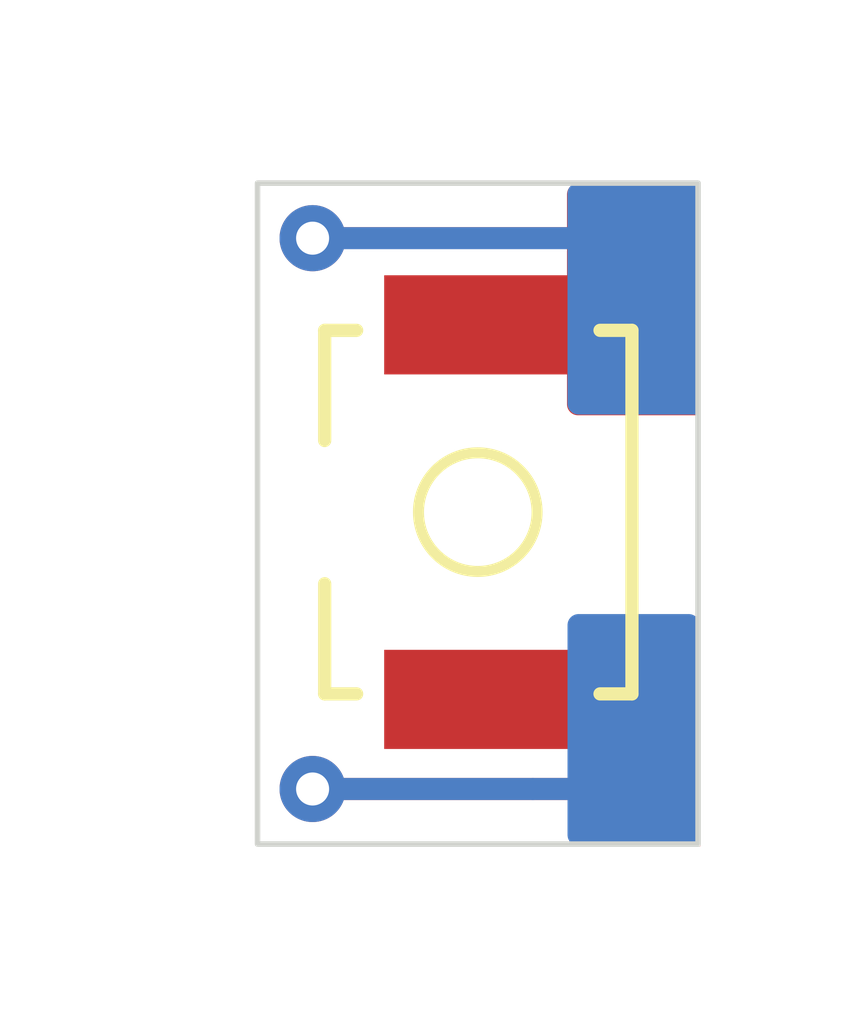
<source format=kicad_pcb>
(kicad_pcb (version 20241229) (generator "pcbnew") (generator_version "9.0")
  (layers (0 "F.Cu" signal) (2 "B.Cu" signal) (13 "F.Paste" user) (15 "B.Paste" user) (5 "F.SilkS" user "F.Silkscreen") (7 "B.SilkS" user "B.Silkscreen") (1 "F.Mask" user) (3 "B.Mask" user) (25 "Edge.Cuts" user))
  (net 0 "")
  (net 1 "unconnected-(BUTT1-Pad1)")
  (net 2 "unconnected-(BUTT1-Pad2)")
  (footprint "Button_Switch_SMD:SW_SPST_B3U-1100P" (layer "F.Cu") (at 161.179809 76.986696 -90)
    (property "Reference" "BUTT1" (hide yes))
    (property "Value" "B3U-1100P")
    (fp_line (start -1.65 0.57) (end -0.65 0.57) (stroke (width 0.12)) (layer "F.SilkS"))
    (fp_line (start 1.65 0.57) (end 0.65 0.57) (stroke (width 0.12)) (layer "F.SilkS"))
    (fp_line (start 1.65 0.57) (end 1.65 0.28) (stroke (width 0.12)) (layer "F.SilkS"))
    (fp_line (start -1.65 0.28) (end -1.65 0.57) (stroke (width 0.12)) (layer "F.SilkS"))
    (fp_line (start -1.65 -1.93) (end -1.65 -2.22) (stroke (width 0.12)) (layer "F.SilkS"))
    (fp_line (start -1.65 -2.22) (end 1.65 -2.22) (stroke (width 0.12)) (layer "F.SilkS"))
    (fp_line (start 1.65 -2.22) (end 1.65 -1.93) (stroke (width 0.12)) (layer "F.SilkS"))
    (pad "1" smd rect (at -1.7 -0.82 270) (size 0.9 1.7) (layers "F.Cu" "F.Mask" "F.Paste") (net 1 "unconnected-(BUTT1-Pad1)"))
    (pad "2" smd rect (at 1.7 -0.82 270) (size 0.9 1.7) (layers "F.Cu" "F.Mask" "F.Paste") (net 2 "unconnected-(BUTT1-Pad2)"))
  )
  (gr_poly (pts (xy 162.909942 76.007355) (xy 162.909942 74.102356) (xy 163.909942 74.102355) (xy 163.909942 76.007355)) (stroke (width 0.2)) (fill yes) (layers "F.Cu" "F.Mask") (net 1))
  (gr_poly (pts (xy 162.920002 79.920892) (xy 162.920002 78.015893) (xy 163.920002 78.015892) (xy 163.920002 79.920892)) (stroke (width 0.2)) (fill yes) (layers "F.Cu" "F.Mask") (net 2))
  (gr_poly (pts (xy 162.914792 79.917042) (xy 162.914792 78.012043) (xy 163.914792 78.012042) (xy 163.914792 79.917042)) (stroke (width 0.2)) (fill yes) (layers "B.Cu" "B.Mask") (net 2))
  (gr_poly (pts (xy 162.914792 76.001073) (xy 162.914792 74.096074) (xy 163.914792 74.096073) (xy 163.914792 76.001073)) (stroke (width 0.2)) (fill yes) (layers "B.Cu" "B.Mask") (net 1))
  (gr_circle (center 161.999809 76.986696) (end 162.499809 76.786696) (stroke (width 0.1)) (fill no) (layer "F.SilkS"))
  (gr_rect (start 160 74) (end 164 80) (stroke (width 0.05)) (fill no) (layer "Edge.Cuts"))
  (segment (start 162.855087 74.5) (end 163.409942 75.054855) (width 0.2) (layer "F.Cu") (net 1))
  (segment (start 160.5 74.5) (end 162.855087 74.5) (width 0.2) (layer "F.Cu") (net 1))
  (via (at 160.5 74.5) (size 0.6) (drill 0.3) (layers "F.Cu" "B.Cu") (net 1))
  (segment (start 162.866219 74.5) (end 160.5 74.5) (width 0.2) (layer "B.Cu") (net 1))
  (segment (start 163.414792 75.048573) (end 162.866219 74.5) (width 0.2) (layer "B.Cu") (net 1))
  (segment (start 162.888394 79.5) (end 163.420002 78.968392) (width 0.2) (layer "F.Cu") (net 2))
  (segment (start 160.5 79.5) (end 162.888394 79.5) (width 0.2) (layer "F.Cu") (net 2))
  (via (at 160.5 79.5) (size 0.6) (drill 0.3) (layers "F.Cu" "B.Cu") (net 2))
  (segment (start 162.5 79.5) (end 160.5 79.5) (width 0.2) (layer "B.Cu") (net 2))
  (segment (start 162.879334 79.5) (end 162.5 79.5) (width 0.2) (layer "B.Cu") (net 2))
  (segment (start 163.414792 78.964542) (end 162.879334 79.5) (width 0.2) (layer "B.Cu") (net 2))
)
</source>
